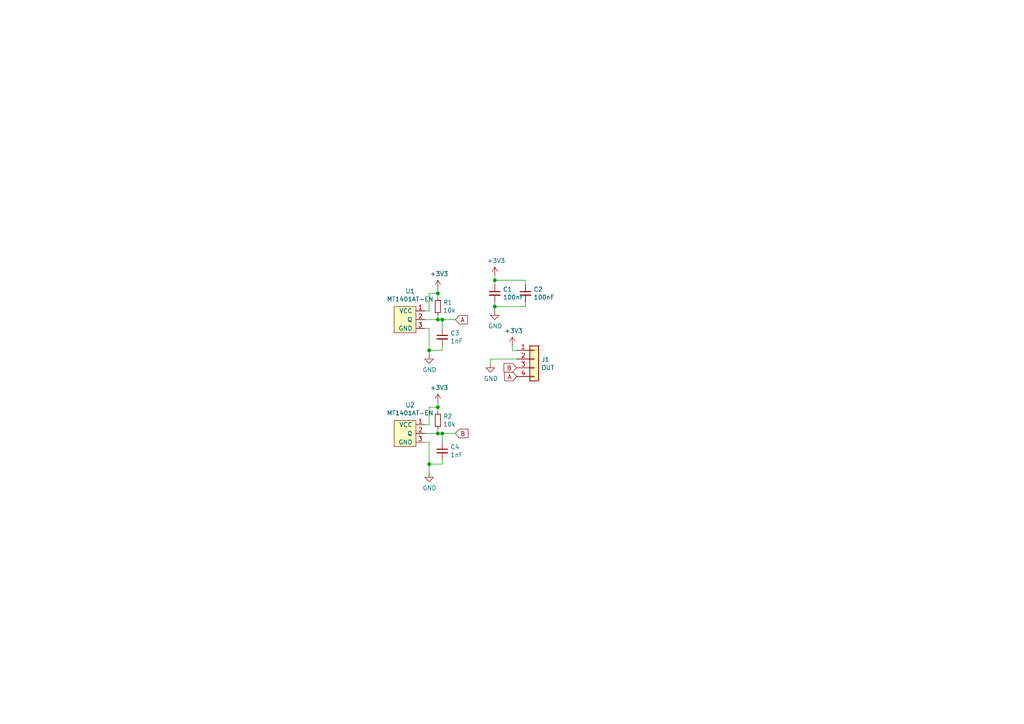
<source format=kicad_sch>
(kicad_sch (version 20211123) (generator eeschema)
  (paper "A4")
  (lib_symbols
    (symbol "Connector_Generic:Conn_01x04" (pin_names (offset 1.016) hide)
      (property "Reference" "J" (at 0 5.08 0))
      (property "Value" "Conn_01x04" (at 0 -7.62 0))
      (symbol "Conn_01x04_1_1"
        (rectangle (start -1.27 -4.953) (end 0 -5.207) (stroke (width 0.1524)))
        (rectangle (start -1.27 -2.413) (end 0 -2.667) (stroke (width 0.1524)))
        (rectangle (start -1.27 0.127) (end 0 -0.127) (stroke (width 0.1524)))
        (rectangle (start -1.27 2.667) (end 0 2.413) (stroke (width 0.1524)))
        (rectangle (start -1.27 3.81) (end 1.27 -6.35) (stroke (width 0.254)) (fill (type background)))
        (pin passive line (at -5.08 2.54 0) (length 3.81) (name "Pin_1") (number "1"))
        (pin passive line (at -5.08 0 0) (length 3.81) (name "Pin_2") (number "2"))
        (pin passive line (at -5.08 -2.54 0) (length 3.81) (name "Pin_3") (number "3"))
        (pin passive line (at -5.08 -5.08 0) (length 3.81) (name "Pin_4") (number "4"))
      )
    )
    (symbol "Device:C_Small" (pin_numbers hide) (pin_names (offset 0.254) hide)
      (property "Reference" "C" (at 0.254 1.778 0))
      (property "Value" "C_Small" (at 0.254 -2.032 0))
      (symbol "C_Small_0_1"
        (polyline (pts (xy -1.524 -0.508) (xy 1.524 -0.508)) (stroke (width 0.3302)))
        (polyline (pts (xy -1.524 0.508) (xy 1.524 0.508)) (stroke (width 0.3048)))
      )
      (symbol "C_Small_1_1"
        (pin passive line (at 0 2.54 270) (length 2.032) (name "~") (number "1"))
        (pin passive line (at 0 -2.54 90) (length 2.032) (name "~") (number "2"))
      )
    )
    (symbol "Device:R_Small" (pin_numbers hide) (pin_names (offset 0.254) hide)
      (property "Reference" "R" (at 0.762 0.508 0))
      (property "Value" "R_Small" (at 0.762 -1.016 0))
      (symbol "R_Small_0_1"
        (rectangle (start -0.762 1.778) (end 0.762 -1.778) (stroke (width 0.2032)))
      )
      (symbol "R_Small_1_1"
        (pin passive line (at 0 2.54 270) (length 0.762) (name "~") (number "1"))
        (pin passive line (at 0 -2.54 90) (length 0.762) (name "~") (number "2"))
      )
    )
    (symbol "EnkooderR-rescue:Hall_sensor-Hall_sensors" (pin_names (offset 1.016))
      (property "Reference" "U" (at -1.27 7.62 0))
      (property "Value" "Hall_sensor-Hall_sensors" (at 0 5.08 0))
      (symbol "Hall_sensor-Hall_sensors_0_1"
        (rectangle (start -3.81 3.81) (end 2.54 -3.81) (fill (type background)))
      )
      (symbol "Hall_sensor-Hall_sensors_1_1"
        (pin power_in line (at 5.08 2.54 180) (length 2.54) (name "VCC") (number "1"))
        (pin output line (at 5.08 0 180) (length 2.54) (name "Q") (number "2"))
        (pin power_in line (at 5.08 -2.54 180) (length 2.54) (name "GND") (number "3"))
      )
    )
    (symbol "power:+3V3" (power) (pin_names (offset 0))
      (property "Value" "+3V3" (at 0 3.556 0))
      (symbol "+3V3_0_1"
        (polyline (pts (xy -0.762 1.27) (xy 0 2.54)))
        (polyline (pts (xy 0 0) (xy 0 2.54)))
        (polyline (pts (xy 0 2.54) (xy 0.762 1.27)))
      )
      (symbol "+3V3_1_1"
        (pin power_in line (at 0 0 90) (length 0) hide (name "+3V3") (number "1"))
      )
    )
    (symbol "power:GND" (power) (pin_names (offset 0))
      (property "Value" "GND" (at 0 -3.81 0))
      (symbol "GND_0_1"
        (polyline (pts (xy 0 0) (xy 0 -1.27) (xy 1.27 -1.27) (xy 0 -2.54) (xy -1.27 -1.27) (xy 0 -1.27)))
      )
      (symbol "GND_1_1"
        (pin power_in line (at 0 0 270) (length 0) hide (name "GND") (number "1"))
      )
    )
  )
  (junction (at 127 118.11))
  (junction (at 127 92.71))
  (junction (at 127 125.73))
  (junction (at 143.51 88.9))
  (junction (at 124.46 134.62))
  (junction (at 143.51 81.28))
  (junction (at 128.27 125.73))
  (junction (at 127 85.09))
  (junction (at 124.46 101.6))
  (junction (at 128.27 92.71))
  (wire (pts (xy 123.19 125.73) (xy 127 125.73)))
  (wire (pts (xy 123.19 128.27) (xy 124.46 128.27)))
  (wire (pts (xy 123.19 123.19) (xy 124.46 123.19)))
  (wire (pts (xy 128.27 92.71) (xy 128.27 95.25)))
  (wire (pts (xy 149.86 101.6) (xy 148.59 101.6)))
  (wire (pts (xy 143.51 88.9) (xy 143.51 87.63)))
  (wire (pts (xy 124.46 101.6) (xy 124.46 102.87)))
  (wire (pts (xy 148.59 101.6) (xy 148.59 100.33)))
  (wire (pts (xy 124.46 85.09) (xy 124.46 90.17)))
  (wire (pts (xy 143.51 88.9) (xy 152.4 88.9)))
  (wire (pts (xy 127 85.09) (xy 124.46 85.09)))
  (wire (pts (xy 123.19 92.71) (xy 127 92.71)))
  (wire (pts (xy 128.27 128.27) (xy 128.27 125.73)))
  (wire (pts (xy 127 85.09) (xy 127 83.82)))
  (wire (pts (xy 143.51 81.28) (xy 152.4 81.28)))
  (wire (pts (xy 143.51 82.55) (xy 143.51 81.28)))
  (wire (pts (xy 124.46 118.11) (xy 127 118.11)))
  (wire (pts (xy 124.46 128.27) (xy 124.46 134.62)))
  (wire (pts (xy 124.46 134.62) (xy 124.46 137.16)))
  (wire (pts (xy 128.27 134.62) (xy 124.46 134.62)))
  (wire (pts (xy 128.27 100.33) (xy 128.27 101.6)))
  (wire (pts (xy 152.4 81.28) (xy 152.4 82.55)))
  (wire (pts (xy 152.4 88.9) (xy 152.4 87.63)))
  (wire (pts (xy 128.27 92.71) (xy 132.08 92.71)))
  (wire (pts (xy 143.51 90.17) (xy 143.51 88.9)))
  (wire (pts (xy 128.27 125.73) (xy 132.08 125.73)))
  (wire (pts (xy 127 86.36) (xy 127 85.09)))
  (wire (pts (xy 124.46 123.19) (xy 124.46 118.11)))
  (wire (pts (xy 142.24 105.41) (xy 142.24 104.14)))
  (wire (pts (xy 124.46 90.17) (xy 123.19 90.17)))
  (wire (pts (xy 128.27 101.6) (xy 124.46 101.6)))
  (wire (pts (xy 128.27 125.73) (xy 127 125.73)))
  (wire (pts (xy 127 125.73) (xy 127 124.46)))
  (wire (pts (xy 127 119.38) (xy 127 118.11)))
  (wire (pts (xy 127 92.71) (xy 127 91.44)))
  (wire (pts (xy 127 118.11) (xy 127 116.84)))
  (wire (pts (xy 124.46 95.25) (xy 124.46 101.6)))
  (wire (pts (xy 128.27 133.35) (xy 128.27 134.62)))
  (wire (pts (xy 123.19 95.25) (xy 124.46 95.25)))
  (wire (pts (xy 143.51 81.28) (xy 143.51 80.01)))
  (wire (pts (xy 127 92.71) (xy 128.27 92.71)))
  (wire (pts (xy 142.24 104.14) (xy 149.86 104.14)))
  (global_label "B" (shape input) (at 132.08 125.73 0) (property "Intersheet References" "${INTERSHEET_REFS}" (effects hide)))
  (global_label "B" (shape input) (at 149.86 106.68 180) (property "Intersheet References" "${INTERSHEET_REFS}" (effects hide)))
  (global_label "A" (shape input) (at 132.08 92.71 0) (property "Intersheet References" "${INTERSHEET_REFS}" (effects hide)))
  (global_label "A" (shape input) (at 149.86 109.22 180) (property "Intersheet References" "${INTERSHEET_REFS}" (effects hide)))
  (symbol (lib_id "EnkooderR-rescue:Hall_sensor-Hall_sensors") (at 118.11 92.71 0) (unit 1)
    (property "Reference" "U1" (at 118.9482 84.455 0))
    (property "Value" "MT1401AT-EN" (at 118.9482 86.7664 0))
    (property "Footprint" "Package_TO_SOT_SMD:SOT-23" (effects hide))
  )
  (symbol (lib_id "EnkooderR-rescue:Hall_sensor-Hall_sensors") (at 118.11 125.73 0) (unit 1)
    (property "Reference" "U2" (at 118.9482 117.475 0))
    (property "Value" "MT1401AT-EN" (at 118.9482 119.7864 0))
    (property "Footprint" "Package_TO_SOT_SMD:SOT-23" (effects hide))
  )
  (symbol (lib_id "Connector_Generic:Conn_01x04") (at 154.94 104.14 0) (unit 1)
    (property "Reference" "J1" (at 156.972 104.3432 0) (effects (justify left)))
    (property "Value" "OUT" (at 156.972 106.6546 0) (effects (justify left)))
    (property "Footprint" "Connector_PinHeader_1.27mm:PinHeader_1x04_P1.27mm_Vertical" (effects hide))
  )
  (symbol (lib_id "Device:R_Small") (at 127 88.9 0) (unit 1)
    (property "Reference" "R1" (at 128.4986 87.7316 0) (effects (justify left)))
    (property "Value" "10k" (at 128.4986 90.043 0) (effects (justify left)))
    (property "Footprint" "Resistor_SMD:R_0603_1608Metric" (effects hide))
  )
  (symbol (lib_id "Device:R_Small") (at 127 121.92 0) (unit 1)
    (property "Reference" "R2" (at 128.4986 120.7516 0) (effects (justify left)))
    (property "Value" "10k" (at 128.4986 123.063 0) (effects (justify left)))
    (property "Footprint" "Resistor_SMD:R_0603_1608Metric" (effects hide))
  )
  (symbol (lib_id "Device:C_Small") (at 143.51 85.09 0) (unit 1)
    (property "Reference" "C1" (at 145.8468 83.9216 0) (effects (justify left)))
    (property "Value" "100nF" (at 145.8468 86.233 0) (effects (justify left)))
    (property "Footprint" "Capacitor_SMD:C_0603_1608Metric" (effects hide))
  )
  (symbol (lib_id "Device:C_Small") (at 152.4 85.09 0) (unit 1)
    (property "Reference" "C2" (at 154.7368 83.9216 0) (effects (justify left)))
    (property "Value" "100nF" (at 154.7368 86.233 0) (effects (justify left)))
    (property "Footprint" "Capacitor_SMD:C_0603_1608Metric" (effects hide))
  )
  (symbol (lib_id "power:+3V3") (at 148.59 100.33 0) (unit 1)
    (property "Reference" "#PWR08" (effects hide))
    (property "Value" "+3V3" (at 148.971 95.9358 0))
  )
  (symbol (lib_id "power:+3V3") (at 143.51 80.01 0) (unit 1)
    (property "Reference" "#PWR06" (effects hide))
    (property "Value" "+3V3" (at 143.891 75.6158 0))
  )
  (symbol (lib_id "power:+3V3") (at 127 83.82 0) (unit 1)
    (property "Reference" "#PWR03" (effects hide))
    (property "Value" "+3V3" (at 127.381 79.4258 0))
  )
  (symbol (lib_id "power:+3V3") (at 127 116.84 0) (unit 1)
    (property "Reference" "#PWR04" (effects hide))
    (property "Value" "+3V3" (at 127.381 112.4458 0))
  )
  (symbol (lib_id "power:GND") (at 142.24 105.41 0) (unit 1)
    (property "Reference" "#PWR05" (effects hide))
    (property "Value" "GND" (at 142.367 109.8042 0))
  )
  (symbol (lib_id "power:GND") (at 124.46 137.16 0) (unit 1)
    (property "Reference" "#PWR02" (effects hide))
    (property "Value" "GND" (at 124.587 141.5542 0))
  )
  (symbol (lib_id "power:GND") (at 124.46 102.87 0) (unit 1)
    (property "Reference" "#PWR01" (effects hide))
    (property "Value" "GND" (at 124.587 107.2642 0))
  )
  (symbol (lib_id "power:GND") (at 143.51 90.17 0) (unit 1)
    (property "Reference" "#PWR07" (effects hide))
    (property "Value" "GND" (at 143.637 94.5642 0))
  )
  (symbol (lib_id "Device:C_Small") (at 128.27 130.81 0) (unit 1)
    (property "Reference" "C4" (at 130.6068 129.6416 0) (effects (justify left)))
    (property "Value" "1nF" (at 130.6068 131.953 0) (effects (justify left)))
    (property "Footprint" "Capacitor_SMD:C_0603_1608Metric" (effects hide))
  )
  (symbol (lib_id "Device:C_Small") (at 128.27 97.79 0) (unit 1)
    (property "Reference" "C3" (at 130.6068 96.6216 0) (effects (justify left)))
    (property "Value" "1nF" (at 130.6068 98.933 0) (effects (justify left)))
    (property "Footprint" "Capacitor_SMD:C_0603_1608Metric" (effects hide))
  )
)
</source>
